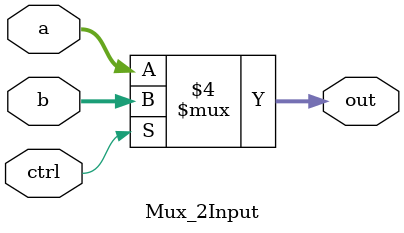
<source format=v>
module Mux_2Input(
	input[15:0] a,
	input[15:0] b,
	input ctrl,
	
	output reg[15:0] out
);

always @(a, b, ctrl) begin
	if (ctrl == 0) begin
		out = a;
	end 
	else begin
		out = b;
	end
	
end

endmodule
</source>
